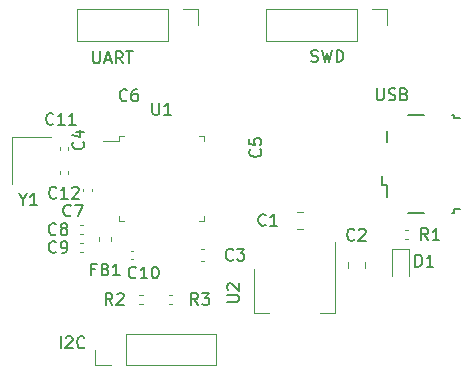
<source format=gbr>
%TF.GenerationSoftware,KiCad,Pcbnew,7.0.1*%
%TF.CreationDate,2023-03-27T05:29:06+01:00*%
%TF.ProjectId,1,312e6b69-6361-4645-9f70-636258585858,rev?*%
%TF.SameCoordinates,Original*%
%TF.FileFunction,Legend,Top*%
%TF.FilePolarity,Positive*%
%FSLAX46Y46*%
G04 Gerber Fmt 4.6, Leading zero omitted, Abs format (unit mm)*
G04 Created by KiCad (PCBNEW 7.0.1) date 2023-03-27 05:29:06*
%MOMM*%
%LPD*%
G01*
G04 APERTURE LIST*
%ADD10C,0.150000*%
%ADD11C,0.120000*%
G04 APERTURE END LIST*
D10*
X105988095Y-79377619D02*
X105988095Y-78377619D01*
X106416666Y-78472857D02*
X106464285Y-78425238D01*
X106464285Y-78425238D02*
X106559523Y-78377619D01*
X106559523Y-78377619D02*
X106797618Y-78377619D01*
X106797618Y-78377619D02*
X106892856Y-78425238D01*
X106892856Y-78425238D02*
X106940475Y-78472857D01*
X106940475Y-78472857D02*
X106988094Y-78568095D01*
X106988094Y-78568095D02*
X106988094Y-78663333D01*
X106988094Y-78663333D02*
X106940475Y-78806190D01*
X106940475Y-78806190D02*
X106369047Y-79377619D01*
X106369047Y-79377619D02*
X106988094Y-79377619D01*
X107988094Y-79282380D02*
X107940475Y-79330000D01*
X107940475Y-79330000D02*
X107797618Y-79377619D01*
X107797618Y-79377619D02*
X107702380Y-79377619D01*
X107702380Y-79377619D02*
X107559523Y-79330000D01*
X107559523Y-79330000D02*
X107464285Y-79234761D01*
X107464285Y-79234761D02*
X107416666Y-79139523D01*
X107416666Y-79139523D02*
X107369047Y-78949047D01*
X107369047Y-78949047D02*
X107369047Y-78806190D01*
X107369047Y-78806190D02*
X107416666Y-78615714D01*
X107416666Y-78615714D02*
X107464285Y-78520476D01*
X107464285Y-78520476D02*
X107559523Y-78425238D01*
X107559523Y-78425238D02*
X107702380Y-78377619D01*
X107702380Y-78377619D02*
X107797618Y-78377619D01*
X107797618Y-78377619D02*
X107940475Y-78425238D01*
X107940475Y-78425238D02*
X107988094Y-78472857D01*
X132738095Y-57377619D02*
X132738095Y-58187142D01*
X132738095Y-58187142D02*
X132785714Y-58282380D01*
X132785714Y-58282380D02*
X132833333Y-58330000D01*
X132833333Y-58330000D02*
X132928571Y-58377619D01*
X132928571Y-58377619D02*
X133119047Y-58377619D01*
X133119047Y-58377619D02*
X133214285Y-58330000D01*
X133214285Y-58330000D02*
X133261904Y-58282380D01*
X133261904Y-58282380D02*
X133309523Y-58187142D01*
X133309523Y-58187142D02*
X133309523Y-57377619D01*
X133738095Y-58330000D02*
X133880952Y-58377619D01*
X133880952Y-58377619D02*
X134119047Y-58377619D01*
X134119047Y-58377619D02*
X134214285Y-58330000D01*
X134214285Y-58330000D02*
X134261904Y-58282380D01*
X134261904Y-58282380D02*
X134309523Y-58187142D01*
X134309523Y-58187142D02*
X134309523Y-58091904D01*
X134309523Y-58091904D02*
X134261904Y-57996666D01*
X134261904Y-57996666D02*
X134214285Y-57949047D01*
X134214285Y-57949047D02*
X134119047Y-57901428D01*
X134119047Y-57901428D02*
X133928571Y-57853809D01*
X133928571Y-57853809D02*
X133833333Y-57806190D01*
X133833333Y-57806190D02*
X133785714Y-57758571D01*
X133785714Y-57758571D02*
X133738095Y-57663333D01*
X133738095Y-57663333D02*
X133738095Y-57568095D01*
X133738095Y-57568095D02*
X133785714Y-57472857D01*
X133785714Y-57472857D02*
X133833333Y-57425238D01*
X133833333Y-57425238D02*
X133928571Y-57377619D01*
X133928571Y-57377619D02*
X134166666Y-57377619D01*
X134166666Y-57377619D02*
X134309523Y-57425238D01*
X135071428Y-57853809D02*
X135214285Y-57901428D01*
X135214285Y-57901428D02*
X135261904Y-57949047D01*
X135261904Y-57949047D02*
X135309523Y-58044285D01*
X135309523Y-58044285D02*
X135309523Y-58187142D01*
X135309523Y-58187142D02*
X135261904Y-58282380D01*
X135261904Y-58282380D02*
X135214285Y-58330000D01*
X135214285Y-58330000D02*
X135119047Y-58377619D01*
X135119047Y-58377619D02*
X134738095Y-58377619D01*
X134738095Y-58377619D02*
X134738095Y-57377619D01*
X134738095Y-57377619D02*
X135071428Y-57377619D01*
X135071428Y-57377619D02*
X135166666Y-57425238D01*
X135166666Y-57425238D02*
X135214285Y-57472857D01*
X135214285Y-57472857D02*
X135261904Y-57568095D01*
X135261904Y-57568095D02*
X135261904Y-57663333D01*
X135261904Y-57663333D02*
X135214285Y-57758571D01*
X135214285Y-57758571D02*
X135166666Y-57806190D01*
X135166666Y-57806190D02*
X135071428Y-57853809D01*
X135071428Y-57853809D02*
X134738095Y-57853809D01*
X108738095Y-54257619D02*
X108738095Y-55067142D01*
X108738095Y-55067142D02*
X108785714Y-55162380D01*
X108785714Y-55162380D02*
X108833333Y-55210000D01*
X108833333Y-55210000D02*
X108928571Y-55257619D01*
X108928571Y-55257619D02*
X109119047Y-55257619D01*
X109119047Y-55257619D02*
X109214285Y-55210000D01*
X109214285Y-55210000D02*
X109261904Y-55162380D01*
X109261904Y-55162380D02*
X109309523Y-55067142D01*
X109309523Y-55067142D02*
X109309523Y-54257619D01*
X109738095Y-54971904D02*
X110214285Y-54971904D01*
X109642857Y-55257619D02*
X109976190Y-54257619D01*
X109976190Y-54257619D02*
X110309523Y-55257619D01*
X111214285Y-55257619D02*
X110880952Y-54781428D01*
X110642857Y-55257619D02*
X110642857Y-54257619D01*
X110642857Y-54257619D02*
X111023809Y-54257619D01*
X111023809Y-54257619D02*
X111119047Y-54305238D01*
X111119047Y-54305238D02*
X111166666Y-54352857D01*
X111166666Y-54352857D02*
X111214285Y-54448095D01*
X111214285Y-54448095D02*
X111214285Y-54590952D01*
X111214285Y-54590952D02*
X111166666Y-54686190D01*
X111166666Y-54686190D02*
X111119047Y-54733809D01*
X111119047Y-54733809D02*
X111023809Y-54781428D01*
X111023809Y-54781428D02*
X110642857Y-54781428D01*
X111500000Y-54257619D02*
X112071428Y-54257619D01*
X111785714Y-55257619D02*
X111785714Y-54257619D01*
X127190476Y-55080000D02*
X127333333Y-55127619D01*
X127333333Y-55127619D02*
X127571428Y-55127619D01*
X127571428Y-55127619D02*
X127666666Y-55080000D01*
X127666666Y-55080000D02*
X127714285Y-55032380D01*
X127714285Y-55032380D02*
X127761904Y-54937142D01*
X127761904Y-54937142D02*
X127761904Y-54841904D01*
X127761904Y-54841904D02*
X127714285Y-54746666D01*
X127714285Y-54746666D02*
X127666666Y-54699047D01*
X127666666Y-54699047D02*
X127571428Y-54651428D01*
X127571428Y-54651428D02*
X127380952Y-54603809D01*
X127380952Y-54603809D02*
X127285714Y-54556190D01*
X127285714Y-54556190D02*
X127238095Y-54508571D01*
X127238095Y-54508571D02*
X127190476Y-54413333D01*
X127190476Y-54413333D02*
X127190476Y-54318095D01*
X127190476Y-54318095D02*
X127238095Y-54222857D01*
X127238095Y-54222857D02*
X127285714Y-54175238D01*
X127285714Y-54175238D02*
X127380952Y-54127619D01*
X127380952Y-54127619D02*
X127619047Y-54127619D01*
X127619047Y-54127619D02*
X127761904Y-54175238D01*
X128095238Y-54127619D02*
X128333333Y-55127619D01*
X128333333Y-55127619D02*
X128523809Y-54413333D01*
X128523809Y-54413333D02*
X128714285Y-55127619D01*
X128714285Y-55127619D02*
X128952381Y-54127619D01*
X129333333Y-55127619D02*
X129333333Y-54127619D01*
X129333333Y-54127619D02*
X129571428Y-54127619D01*
X129571428Y-54127619D02*
X129714285Y-54175238D01*
X129714285Y-54175238D02*
X129809523Y-54270476D01*
X129809523Y-54270476D02*
X129857142Y-54365714D01*
X129857142Y-54365714D02*
X129904761Y-54556190D01*
X129904761Y-54556190D02*
X129904761Y-54699047D01*
X129904761Y-54699047D02*
X129857142Y-54889523D01*
X129857142Y-54889523D02*
X129809523Y-54984761D01*
X129809523Y-54984761D02*
X129714285Y-55080000D01*
X129714285Y-55080000D02*
X129571428Y-55127619D01*
X129571428Y-55127619D02*
X129333333Y-55127619D01*
%TO.C,C7*%
X106833333Y-68117380D02*
X106785714Y-68165000D01*
X106785714Y-68165000D02*
X106642857Y-68212619D01*
X106642857Y-68212619D02*
X106547619Y-68212619D01*
X106547619Y-68212619D02*
X106404762Y-68165000D01*
X106404762Y-68165000D02*
X106309524Y-68069761D01*
X106309524Y-68069761D02*
X106261905Y-67974523D01*
X106261905Y-67974523D02*
X106214286Y-67784047D01*
X106214286Y-67784047D02*
X106214286Y-67641190D01*
X106214286Y-67641190D02*
X106261905Y-67450714D01*
X106261905Y-67450714D02*
X106309524Y-67355476D01*
X106309524Y-67355476D02*
X106404762Y-67260238D01*
X106404762Y-67260238D02*
X106547619Y-67212619D01*
X106547619Y-67212619D02*
X106642857Y-67212619D01*
X106642857Y-67212619D02*
X106785714Y-67260238D01*
X106785714Y-67260238D02*
X106833333Y-67307857D01*
X107166667Y-67212619D02*
X107833333Y-67212619D01*
X107833333Y-67212619D02*
X107404762Y-68212619D01*
%TO.C,C5*%
X122867380Y-62554166D02*
X122915000Y-62601785D01*
X122915000Y-62601785D02*
X122962619Y-62744642D01*
X122962619Y-62744642D02*
X122962619Y-62839880D01*
X122962619Y-62839880D02*
X122915000Y-62982737D01*
X122915000Y-62982737D02*
X122819761Y-63077975D01*
X122819761Y-63077975D02*
X122724523Y-63125594D01*
X122724523Y-63125594D02*
X122534047Y-63173213D01*
X122534047Y-63173213D02*
X122391190Y-63173213D01*
X122391190Y-63173213D02*
X122200714Y-63125594D01*
X122200714Y-63125594D02*
X122105476Y-63077975D01*
X122105476Y-63077975D02*
X122010238Y-62982737D01*
X122010238Y-62982737D02*
X121962619Y-62839880D01*
X121962619Y-62839880D02*
X121962619Y-62744642D01*
X121962619Y-62744642D02*
X122010238Y-62601785D01*
X122010238Y-62601785D02*
X122057857Y-62554166D01*
X121962619Y-61649404D02*
X121962619Y-62125594D01*
X121962619Y-62125594D02*
X122438809Y-62173213D01*
X122438809Y-62173213D02*
X122391190Y-62125594D01*
X122391190Y-62125594D02*
X122343571Y-62030356D01*
X122343571Y-62030356D02*
X122343571Y-61792261D01*
X122343571Y-61792261D02*
X122391190Y-61697023D01*
X122391190Y-61697023D02*
X122438809Y-61649404D01*
X122438809Y-61649404D02*
X122534047Y-61601785D01*
X122534047Y-61601785D02*
X122772142Y-61601785D01*
X122772142Y-61601785D02*
X122867380Y-61649404D01*
X122867380Y-61649404D02*
X122915000Y-61697023D01*
X122915000Y-61697023D02*
X122962619Y-61792261D01*
X122962619Y-61792261D02*
X122962619Y-62030356D01*
X122962619Y-62030356D02*
X122915000Y-62125594D01*
X122915000Y-62125594D02*
X122867380Y-62173213D01*
%TO.C,R2*%
X110363333Y-75712619D02*
X110030000Y-75236428D01*
X109791905Y-75712619D02*
X109791905Y-74712619D01*
X109791905Y-74712619D02*
X110172857Y-74712619D01*
X110172857Y-74712619D02*
X110268095Y-74760238D01*
X110268095Y-74760238D02*
X110315714Y-74807857D01*
X110315714Y-74807857D02*
X110363333Y-74903095D01*
X110363333Y-74903095D02*
X110363333Y-75045952D01*
X110363333Y-75045952D02*
X110315714Y-75141190D01*
X110315714Y-75141190D02*
X110268095Y-75188809D01*
X110268095Y-75188809D02*
X110172857Y-75236428D01*
X110172857Y-75236428D02*
X109791905Y-75236428D01*
X110744286Y-74807857D02*
X110791905Y-74760238D01*
X110791905Y-74760238D02*
X110887143Y-74712619D01*
X110887143Y-74712619D02*
X111125238Y-74712619D01*
X111125238Y-74712619D02*
X111220476Y-74760238D01*
X111220476Y-74760238D02*
X111268095Y-74807857D01*
X111268095Y-74807857D02*
X111315714Y-74903095D01*
X111315714Y-74903095D02*
X111315714Y-74998333D01*
X111315714Y-74998333D02*
X111268095Y-75141190D01*
X111268095Y-75141190D02*
X110696667Y-75712619D01*
X110696667Y-75712619D02*
X111315714Y-75712619D01*
%TO.C,U2*%
X120062619Y-75461904D02*
X120872142Y-75461904D01*
X120872142Y-75461904D02*
X120967380Y-75414285D01*
X120967380Y-75414285D02*
X121015000Y-75366666D01*
X121015000Y-75366666D02*
X121062619Y-75271428D01*
X121062619Y-75271428D02*
X121062619Y-75080952D01*
X121062619Y-75080952D02*
X121015000Y-74985714D01*
X121015000Y-74985714D02*
X120967380Y-74938095D01*
X120967380Y-74938095D02*
X120872142Y-74890476D01*
X120872142Y-74890476D02*
X120062619Y-74890476D01*
X120157857Y-74461904D02*
X120110238Y-74414285D01*
X120110238Y-74414285D02*
X120062619Y-74319047D01*
X120062619Y-74319047D02*
X120062619Y-74080952D01*
X120062619Y-74080952D02*
X120110238Y-73985714D01*
X120110238Y-73985714D02*
X120157857Y-73938095D01*
X120157857Y-73938095D02*
X120253095Y-73890476D01*
X120253095Y-73890476D02*
X120348333Y-73890476D01*
X120348333Y-73890476D02*
X120491190Y-73938095D01*
X120491190Y-73938095D02*
X121062619Y-74509523D01*
X121062619Y-74509523D02*
X121062619Y-73890476D01*
%TO.C,C2*%
X130833333Y-70167380D02*
X130785714Y-70215000D01*
X130785714Y-70215000D02*
X130642857Y-70262619D01*
X130642857Y-70262619D02*
X130547619Y-70262619D01*
X130547619Y-70262619D02*
X130404762Y-70215000D01*
X130404762Y-70215000D02*
X130309524Y-70119761D01*
X130309524Y-70119761D02*
X130261905Y-70024523D01*
X130261905Y-70024523D02*
X130214286Y-69834047D01*
X130214286Y-69834047D02*
X130214286Y-69691190D01*
X130214286Y-69691190D02*
X130261905Y-69500714D01*
X130261905Y-69500714D02*
X130309524Y-69405476D01*
X130309524Y-69405476D02*
X130404762Y-69310238D01*
X130404762Y-69310238D02*
X130547619Y-69262619D01*
X130547619Y-69262619D02*
X130642857Y-69262619D01*
X130642857Y-69262619D02*
X130785714Y-69310238D01*
X130785714Y-69310238D02*
X130833333Y-69357857D01*
X131214286Y-69357857D02*
X131261905Y-69310238D01*
X131261905Y-69310238D02*
X131357143Y-69262619D01*
X131357143Y-69262619D02*
X131595238Y-69262619D01*
X131595238Y-69262619D02*
X131690476Y-69310238D01*
X131690476Y-69310238D02*
X131738095Y-69357857D01*
X131738095Y-69357857D02*
X131785714Y-69453095D01*
X131785714Y-69453095D02*
X131785714Y-69548333D01*
X131785714Y-69548333D02*
X131738095Y-69691190D01*
X131738095Y-69691190D02*
X131166667Y-70262619D01*
X131166667Y-70262619D02*
X131785714Y-70262619D01*
%TO.C,U1*%
X113738095Y-58612619D02*
X113738095Y-59422142D01*
X113738095Y-59422142D02*
X113785714Y-59517380D01*
X113785714Y-59517380D02*
X113833333Y-59565000D01*
X113833333Y-59565000D02*
X113928571Y-59612619D01*
X113928571Y-59612619D02*
X114119047Y-59612619D01*
X114119047Y-59612619D02*
X114214285Y-59565000D01*
X114214285Y-59565000D02*
X114261904Y-59517380D01*
X114261904Y-59517380D02*
X114309523Y-59422142D01*
X114309523Y-59422142D02*
X114309523Y-58612619D01*
X115309523Y-59612619D02*
X114738095Y-59612619D01*
X115023809Y-59612619D02*
X115023809Y-58612619D01*
X115023809Y-58612619D02*
X114928571Y-58755476D01*
X114928571Y-58755476D02*
X114833333Y-58850714D01*
X114833333Y-58850714D02*
X114738095Y-58898333D01*
%TO.C,C3*%
X120583333Y-71867380D02*
X120535714Y-71915000D01*
X120535714Y-71915000D02*
X120392857Y-71962619D01*
X120392857Y-71962619D02*
X120297619Y-71962619D01*
X120297619Y-71962619D02*
X120154762Y-71915000D01*
X120154762Y-71915000D02*
X120059524Y-71819761D01*
X120059524Y-71819761D02*
X120011905Y-71724523D01*
X120011905Y-71724523D02*
X119964286Y-71534047D01*
X119964286Y-71534047D02*
X119964286Y-71391190D01*
X119964286Y-71391190D02*
X120011905Y-71200714D01*
X120011905Y-71200714D02*
X120059524Y-71105476D01*
X120059524Y-71105476D02*
X120154762Y-71010238D01*
X120154762Y-71010238D02*
X120297619Y-70962619D01*
X120297619Y-70962619D02*
X120392857Y-70962619D01*
X120392857Y-70962619D02*
X120535714Y-71010238D01*
X120535714Y-71010238D02*
X120583333Y-71057857D01*
X120916667Y-70962619D02*
X121535714Y-70962619D01*
X121535714Y-70962619D02*
X121202381Y-71343571D01*
X121202381Y-71343571D02*
X121345238Y-71343571D01*
X121345238Y-71343571D02*
X121440476Y-71391190D01*
X121440476Y-71391190D02*
X121488095Y-71438809D01*
X121488095Y-71438809D02*
X121535714Y-71534047D01*
X121535714Y-71534047D02*
X121535714Y-71772142D01*
X121535714Y-71772142D02*
X121488095Y-71867380D01*
X121488095Y-71867380D02*
X121440476Y-71915000D01*
X121440476Y-71915000D02*
X121345238Y-71962619D01*
X121345238Y-71962619D02*
X121059524Y-71962619D01*
X121059524Y-71962619D02*
X120964286Y-71915000D01*
X120964286Y-71915000D02*
X120916667Y-71867380D01*
%TO.C,C9*%
X105583333Y-71204880D02*
X105535714Y-71252500D01*
X105535714Y-71252500D02*
X105392857Y-71300119D01*
X105392857Y-71300119D02*
X105297619Y-71300119D01*
X105297619Y-71300119D02*
X105154762Y-71252500D01*
X105154762Y-71252500D02*
X105059524Y-71157261D01*
X105059524Y-71157261D02*
X105011905Y-71062023D01*
X105011905Y-71062023D02*
X104964286Y-70871547D01*
X104964286Y-70871547D02*
X104964286Y-70728690D01*
X104964286Y-70728690D02*
X105011905Y-70538214D01*
X105011905Y-70538214D02*
X105059524Y-70442976D01*
X105059524Y-70442976D02*
X105154762Y-70347738D01*
X105154762Y-70347738D02*
X105297619Y-70300119D01*
X105297619Y-70300119D02*
X105392857Y-70300119D01*
X105392857Y-70300119D02*
X105535714Y-70347738D01*
X105535714Y-70347738D02*
X105583333Y-70395357D01*
X106059524Y-71300119D02*
X106250000Y-71300119D01*
X106250000Y-71300119D02*
X106345238Y-71252500D01*
X106345238Y-71252500D02*
X106392857Y-71204880D01*
X106392857Y-71204880D02*
X106488095Y-71062023D01*
X106488095Y-71062023D02*
X106535714Y-70871547D01*
X106535714Y-70871547D02*
X106535714Y-70490595D01*
X106535714Y-70490595D02*
X106488095Y-70395357D01*
X106488095Y-70395357D02*
X106440476Y-70347738D01*
X106440476Y-70347738D02*
X106345238Y-70300119D01*
X106345238Y-70300119D02*
X106154762Y-70300119D01*
X106154762Y-70300119D02*
X106059524Y-70347738D01*
X106059524Y-70347738D02*
X106011905Y-70395357D01*
X106011905Y-70395357D02*
X105964286Y-70490595D01*
X105964286Y-70490595D02*
X105964286Y-70728690D01*
X105964286Y-70728690D02*
X106011905Y-70823928D01*
X106011905Y-70823928D02*
X106059524Y-70871547D01*
X106059524Y-70871547D02*
X106154762Y-70919166D01*
X106154762Y-70919166D02*
X106345238Y-70919166D01*
X106345238Y-70919166D02*
X106440476Y-70871547D01*
X106440476Y-70871547D02*
X106488095Y-70823928D01*
X106488095Y-70823928D02*
X106535714Y-70728690D01*
%TO.C,R3*%
X117593333Y-75712619D02*
X117260000Y-75236428D01*
X117021905Y-75712619D02*
X117021905Y-74712619D01*
X117021905Y-74712619D02*
X117402857Y-74712619D01*
X117402857Y-74712619D02*
X117498095Y-74760238D01*
X117498095Y-74760238D02*
X117545714Y-74807857D01*
X117545714Y-74807857D02*
X117593333Y-74903095D01*
X117593333Y-74903095D02*
X117593333Y-75045952D01*
X117593333Y-75045952D02*
X117545714Y-75141190D01*
X117545714Y-75141190D02*
X117498095Y-75188809D01*
X117498095Y-75188809D02*
X117402857Y-75236428D01*
X117402857Y-75236428D02*
X117021905Y-75236428D01*
X117926667Y-74712619D02*
X118545714Y-74712619D01*
X118545714Y-74712619D02*
X118212381Y-75093571D01*
X118212381Y-75093571D02*
X118355238Y-75093571D01*
X118355238Y-75093571D02*
X118450476Y-75141190D01*
X118450476Y-75141190D02*
X118498095Y-75188809D01*
X118498095Y-75188809D02*
X118545714Y-75284047D01*
X118545714Y-75284047D02*
X118545714Y-75522142D01*
X118545714Y-75522142D02*
X118498095Y-75617380D01*
X118498095Y-75617380D02*
X118450476Y-75665000D01*
X118450476Y-75665000D02*
X118355238Y-75712619D01*
X118355238Y-75712619D02*
X118069524Y-75712619D01*
X118069524Y-75712619D02*
X117974286Y-75665000D01*
X117974286Y-75665000D02*
X117926667Y-75617380D01*
%TO.C,C1*%
X123333333Y-68917380D02*
X123285714Y-68965000D01*
X123285714Y-68965000D02*
X123142857Y-69012619D01*
X123142857Y-69012619D02*
X123047619Y-69012619D01*
X123047619Y-69012619D02*
X122904762Y-68965000D01*
X122904762Y-68965000D02*
X122809524Y-68869761D01*
X122809524Y-68869761D02*
X122761905Y-68774523D01*
X122761905Y-68774523D02*
X122714286Y-68584047D01*
X122714286Y-68584047D02*
X122714286Y-68441190D01*
X122714286Y-68441190D02*
X122761905Y-68250714D01*
X122761905Y-68250714D02*
X122809524Y-68155476D01*
X122809524Y-68155476D02*
X122904762Y-68060238D01*
X122904762Y-68060238D02*
X123047619Y-68012619D01*
X123047619Y-68012619D02*
X123142857Y-68012619D01*
X123142857Y-68012619D02*
X123285714Y-68060238D01*
X123285714Y-68060238D02*
X123333333Y-68107857D01*
X124285714Y-69012619D02*
X123714286Y-69012619D01*
X124000000Y-69012619D02*
X124000000Y-68012619D01*
X124000000Y-68012619D02*
X123904762Y-68155476D01*
X123904762Y-68155476D02*
X123809524Y-68250714D01*
X123809524Y-68250714D02*
X123714286Y-68298333D01*
%TO.C,C10*%
X112357142Y-73367380D02*
X112309523Y-73415000D01*
X112309523Y-73415000D02*
X112166666Y-73462619D01*
X112166666Y-73462619D02*
X112071428Y-73462619D01*
X112071428Y-73462619D02*
X111928571Y-73415000D01*
X111928571Y-73415000D02*
X111833333Y-73319761D01*
X111833333Y-73319761D02*
X111785714Y-73224523D01*
X111785714Y-73224523D02*
X111738095Y-73034047D01*
X111738095Y-73034047D02*
X111738095Y-72891190D01*
X111738095Y-72891190D02*
X111785714Y-72700714D01*
X111785714Y-72700714D02*
X111833333Y-72605476D01*
X111833333Y-72605476D02*
X111928571Y-72510238D01*
X111928571Y-72510238D02*
X112071428Y-72462619D01*
X112071428Y-72462619D02*
X112166666Y-72462619D01*
X112166666Y-72462619D02*
X112309523Y-72510238D01*
X112309523Y-72510238D02*
X112357142Y-72557857D01*
X113309523Y-73462619D02*
X112738095Y-73462619D01*
X113023809Y-73462619D02*
X113023809Y-72462619D01*
X113023809Y-72462619D02*
X112928571Y-72605476D01*
X112928571Y-72605476D02*
X112833333Y-72700714D01*
X112833333Y-72700714D02*
X112738095Y-72748333D01*
X113928571Y-72462619D02*
X114023809Y-72462619D01*
X114023809Y-72462619D02*
X114119047Y-72510238D01*
X114119047Y-72510238D02*
X114166666Y-72557857D01*
X114166666Y-72557857D02*
X114214285Y-72653095D01*
X114214285Y-72653095D02*
X114261904Y-72843571D01*
X114261904Y-72843571D02*
X114261904Y-73081666D01*
X114261904Y-73081666D02*
X114214285Y-73272142D01*
X114214285Y-73272142D02*
X114166666Y-73367380D01*
X114166666Y-73367380D02*
X114119047Y-73415000D01*
X114119047Y-73415000D02*
X114023809Y-73462619D01*
X114023809Y-73462619D02*
X113928571Y-73462619D01*
X113928571Y-73462619D02*
X113833333Y-73415000D01*
X113833333Y-73415000D02*
X113785714Y-73367380D01*
X113785714Y-73367380D02*
X113738095Y-73272142D01*
X113738095Y-73272142D02*
X113690476Y-73081666D01*
X113690476Y-73081666D02*
X113690476Y-72843571D01*
X113690476Y-72843571D02*
X113738095Y-72653095D01*
X113738095Y-72653095D02*
X113785714Y-72557857D01*
X113785714Y-72557857D02*
X113833333Y-72510238D01*
X113833333Y-72510238D02*
X113928571Y-72462619D01*
%TO.C,R1*%
X137093333Y-70212619D02*
X136760000Y-69736428D01*
X136521905Y-70212619D02*
X136521905Y-69212619D01*
X136521905Y-69212619D02*
X136902857Y-69212619D01*
X136902857Y-69212619D02*
X136998095Y-69260238D01*
X136998095Y-69260238D02*
X137045714Y-69307857D01*
X137045714Y-69307857D02*
X137093333Y-69403095D01*
X137093333Y-69403095D02*
X137093333Y-69545952D01*
X137093333Y-69545952D02*
X137045714Y-69641190D01*
X137045714Y-69641190D02*
X136998095Y-69688809D01*
X136998095Y-69688809D02*
X136902857Y-69736428D01*
X136902857Y-69736428D02*
X136521905Y-69736428D01*
X138045714Y-70212619D02*
X137474286Y-70212619D01*
X137760000Y-70212619D02*
X137760000Y-69212619D01*
X137760000Y-69212619D02*
X137664762Y-69355476D01*
X137664762Y-69355476D02*
X137569524Y-69450714D01*
X137569524Y-69450714D02*
X137474286Y-69498333D01*
%TO.C,C8*%
X105583333Y-69704880D02*
X105535714Y-69752500D01*
X105535714Y-69752500D02*
X105392857Y-69800119D01*
X105392857Y-69800119D02*
X105297619Y-69800119D01*
X105297619Y-69800119D02*
X105154762Y-69752500D01*
X105154762Y-69752500D02*
X105059524Y-69657261D01*
X105059524Y-69657261D02*
X105011905Y-69562023D01*
X105011905Y-69562023D02*
X104964286Y-69371547D01*
X104964286Y-69371547D02*
X104964286Y-69228690D01*
X104964286Y-69228690D02*
X105011905Y-69038214D01*
X105011905Y-69038214D02*
X105059524Y-68942976D01*
X105059524Y-68942976D02*
X105154762Y-68847738D01*
X105154762Y-68847738D02*
X105297619Y-68800119D01*
X105297619Y-68800119D02*
X105392857Y-68800119D01*
X105392857Y-68800119D02*
X105535714Y-68847738D01*
X105535714Y-68847738D02*
X105583333Y-68895357D01*
X106154762Y-69228690D02*
X106059524Y-69181071D01*
X106059524Y-69181071D02*
X106011905Y-69133452D01*
X106011905Y-69133452D02*
X105964286Y-69038214D01*
X105964286Y-69038214D02*
X105964286Y-68990595D01*
X105964286Y-68990595D02*
X106011905Y-68895357D01*
X106011905Y-68895357D02*
X106059524Y-68847738D01*
X106059524Y-68847738D02*
X106154762Y-68800119D01*
X106154762Y-68800119D02*
X106345238Y-68800119D01*
X106345238Y-68800119D02*
X106440476Y-68847738D01*
X106440476Y-68847738D02*
X106488095Y-68895357D01*
X106488095Y-68895357D02*
X106535714Y-68990595D01*
X106535714Y-68990595D02*
X106535714Y-69038214D01*
X106535714Y-69038214D02*
X106488095Y-69133452D01*
X106488095Y-69133452D02*
X106440476Y-69181071D01*
X106440476Y-69181071D02*
X106345238Y-69228690D01*
X106345238Y-69228690D02*
X106154762Y-69228690D01*
X106154762Y-69228690D02*
X106059524Y-69276309D01*
X106059524Y-69276309D02*
X106011905Y-69323928D01*
X106011905Y-69323928D02*
X105964286Y-69419166D01*
X105964286Y-69419166D02*
X105964286Y-69609642D01*
X105964286Y-69609642D02*
X106011905Y-69704880D01*
X106011905Y-69704880D02*
X106059524Y-69752500D01*
X106059524Y-69752500D02*
X106154762Y-69800119D01*
X106154762Y-69800119D02*
X106345238Y-69800119D01*
X106345238Y-69800119D02*
X106440476Y-69752500D01*
X106440476Y-69752500D02*
X106488095Y-69704880D01*
X106488095Y-69704880D02*
X106535714Y-69609642D01*
X106535714Y-69609642D02*
X106535714Y-69419166D01*
X106535714Y-69419166D02*
X106488095Y-69323928D01*
X106488095Y-69323928D02*
X106440476Y-69276309D01*
X106440476Y-69276309D02*
X106345238Y-69228690D01*
%TO.C,Y1*%
X102773809Y-66798928D02*
X102773809Y-67275119D01*
X102440476Y-66275119D02*
X102773809Y-66798928D01*
X102773809Y-66798928D02*
X103107142Y-66275119D01*
X103964285Y-67275119D02*
X103392857Y-67275119D01*
X103678571Y-67275119D02*
X103678571Y-66275119D01*
X103678571Y-66275119D02*
X103583333Y-66417976D01*
X103583333Y-66417976D02*
X103488095Y-66513214D01*
X103488095Y-66513214D02*
X103392857Y-66560833D01*
%TO.C,C12*%
X105607142Y-66617380D02*
X105559523Y-66665000D01*
X105559523Y-66665000D02*
X105416666Y-66712619D01*
X105416666Y-66712619D02*
X105321428Y-66712619D01*
X105321428Y-66712619D02*
X105178571Y-66665000D01*
X105178571Y-66665000D02*
X105083333Y-66569761D01*
X105083333Y-66569761D02*
X105035714Y-66474523D01*
X105035714Y-66474523D02*
X104988095Y-66284047D01*
X104988095Y-66284047D02*
X104988095Y-66141190D01*
X104988095Y-66141190D02*
X105035714Y-65950714D01*
X105035714Y-65950714D02*
X105083333Y-65855476D01*
X105083333Y-65855476D02*
X105178571Y-65760238D01*
X105178571Y-65760238D02*
X105321428Y-65712619D01*
X105321428Y-65712619D02*
X105416666Y-65712619D01*
X105416666Y-65712619D02*
X105559523Y-65760238D01*
X105559523Y-65760238D02*
X105607142Y-65807857D01*
X106559523Y-66712619D02*
X105988095Y-66712619D01*
X106273809Y-66712619D02*
X106273809Y-65712619D01*
X106273809Y-65712619D02*
X106178571Y-65855476D01*
X106178571Y-65855476D02*
X106083333Y-65950714D01*
X106083333Y-65950714D02*
X105988095Y-65998333D01*
X106940476Y-65807857D02*
X106988095Y-65760238D01*
X106988095Y-65760238D02*
X107083333Y-65712619D01*
X107083333Y-65712619D02*
X107321428Y-65712619D01*
X107321428Y-65712619D02*
X107416666Y-65760238D01*
X107416666Y-65760238D02*
X107464285Y-65807857D01*
X107464285Y-65807857D02*
X107511904Y-65903095D01*
X107511904Y-65903095D02*
X107511904Y-65998333D01*
X107511904Y-65998333D02*
X107464285Y-66141190D01*
X107464285Y-66141190D02*
X106892857Y-66712619D01*
X106892857Y-66712619D02*
X107511904Y-66712619D01*
%TO.C,C6*%
X111583333Y-58367380D02*
X111535714Y-58415000D01*
X111535714Y-58415000D02*
X111392857Y-58462619D01*
X111392857Y-58462619D02*
X111297619Y-58462619D01*
X111297619Y-58462619D02*
X111154762Y-58415000D01*
X111154762Y-58415000D02*
X111059524Y-58319761D01*
X111059524Y-58319761D02*
X111011905Y-58224523D01*
X111011905Y-58224523D02*
X110964286Y-58034047D01*
X110964286Y-58034047D02*
X110964286Y-57891190D01*
X110964286Y-57891190D02*
X111011905Y-57700714D01*
X111011905Y-57700714D02*
X111059524Y-57605476D01*
X111059524Y-57605476D02*
X111154762Y-57510238D01*
X111154762Y-57510238D02*
X111297619Y-57462619D01*
X111297619Y-57462619D02*
X111392857Y-57462619D01*
X111392857Y-57462619D02*
X111535714Y-57510238D01*
X111535714Y-57510238D02*
X111583333Y-57557857D01*
X112440476Y-57462619D02*
X112250000Y-57462619D01*
X112250000Y-57462619D02*
X112154762Y-57510238D01*
X112154762Y-57510238D02*
X112107143Y-57557857D01*
X112107143Y-57557857D02*
X112011905Y-57700714D01*
X112011905Y-57700714D02*
X111964286Y-57891190D01*
X111964286Y-57891190D02*
X111964286Y-58272142D01*
X111964286Y-58272142D02*
X112011905Y-58367380D01*
X112011905Y-58367380D02*
X112059524Y-58415000D01*
X112059524Y-58415000D02*
X112154762Y-58462619D01*
X112154762Y-58462619D02*
X112345238Y-58462619D01*
X112345238Y-58462619D02*
X112440476Y-58415000D01*
X112440476Y-58415000D02*
X112488095Y-58367380D01*
X112488095Y-58367380D02*
X112535714Y-58272142D01*
X112535714Y-58272142D02*
X112535714Y-58034047D01*
X112535714Y-58034047D02*
X112488095Y-57938809D01*
X112488095Y-57938809D02*
X112440476Y-57891190D01*
X112440476Y-57891190D02*
X112345238Y-57843571D01*
X112345238Y-57843571D02*
X112154762Y-57843571D01*
X112154762Y-57843571D02*
X112059524Y-57891190D01*
X112059524Y-57891190D02*
X112011905Y-57938809D01*
X112011905Y-57938809D02*
X111964286Y-58034047D01*
%TO.C,C11*%
X105357142Y-60367380D02*
X105309523Y-60415000D01*
X105309523Y-60415000D02*
X105166666Y-60462619D01*
X105166666Y-60462619D02*
X105071428Y-60462619D01*
X105071428Y-60462619D02*
X104928571Y-60415000D01*
X104928571Y-60415000D02*
X104833333Y-60319761D01*
X104833333Y-60319761D02*
X104785714Y-60224523D01*
X104785714Y-60224523D02*
X104738095Y-60034047D01*
X104738095Y-60034047D02*
X104738095Y-59891190D01*
X104738095Y-59891190D02*
X104785714Y-59700714D01*
X104785714Y-59700714D02*
X104833333Y-59605476D01*
X104833333Y-59605476D02*
X104928571Y-59510238D01*
X104928571Y-59510238D02*
X105071428Y-59462619D01*
X105071428Y-59462619D02*
X105166666Y-59462619D01*
X105166666Y-59462619D02*
X105309523Y-59510238D01*
X105309523Y-59510238D02*
X105357142Y-59557857D01*
X106309523Y-60462619D02*
X105738095Y-60462619D01*
X106023809Y-60462619D02*
X106023809Y-59462619D01*
X106023809Y-59462619D02*
X105928571Y-59605476D01*
X105928571Y-59605476D02*
X105833333Y-59700714D01*
X105833333Y-59700714D02*
X105738095Y-59748333D01*
X107261904Y-60462619D02*
X106690476Y-60462619D01*
X106976190Y-60462619D02*
X106976190Y-59462619D01*
X106976190Y-59462619D02*
X106880952Y-59605476D01*
X106880952Y-59605476D02*
X106785714Y-59700714D01*
X106785714Y-59700714D02*
X106690476Y-59748333D01*
%TO.C,D1*%
X136011905Y-72462619D02*
X136011905Y-71462619D01*
X136011905Y-71462619D02*
X136250000Y-71462619D01*
X136250000Y-71462619D02*
X136392857Y-71510238D01*
X136392857Y-71510238D02*
X136488095Y-71605476D01*
X136488095Y-71605476D02*
X136535714Y-71700714D01*
X136535714Y-71700714D02*
X136583333Y-71891190D01*
X136583333Y-71891190D02*
X136583333Y-72034047D01*
X136583333Y-72034047D02*
X136535714Y-72224523D01*
X136535714Y-72224523D02*
X136488095Y-72319761D01*
X136488095Y-72319761D02*
X136392857Y-72415000D01*
X136392857Y-72415000D02*
X136250000Y-72462619D01*
X136250000Y-72462619D02*
X136011905Y-72462619D01*
X137535714Y-72462619D02*
X136964286Y-72462619D01*
X137250000Y-72462619D02*
X137250000Y-71462619D01*
X137250000Y-71462619D02*
X137154762Y-71605476D01*
X137154762Y-71605476D02*
X137059524Y-71700714D01*
X137059524Y-71700714D02*
X136964286Y-71748333D01*
%TO.C,FB1*%
X108916666Y-72688809D02*
X108583333Y-72688809D01*
X108583333Y-73212619D02*
X108583333Y-72212619D01*
X108583333Y-72212619D02*
X109059523Y-72212619D01*
X109773809Y-72688809D02*
X109916666Y-72736428D01*
X109916666Y-72736428D02*
X109964285Y-72784047D01*
X109964285Y-72784047D02*
X110011904Y-72879285D01*
X110011904Y-72879285D02*
X110011904Y-73022142D01*
X110011904Y-73022142D02*
X109964285Y-73117380D01*
X109964285Y-73117380D02*
X109916666Y-73165000D01*
X109916666Y-73165000D02*
X109821428Y-73212619D01*
X109821428Y-73212619D02*
X109440476Y-73212619D01*
X109440476Y-73212619D02*
X109440476Y-72212619D01*
X109440476Y-72212619D02*
X109773809Y-72212619D01*
X109773809Y-72212619D02*
X109869047Y-72260238D01*
X109869047Y-72260238D02*
X109916666Y-72307857D01*
X109916666Y-72307857D02*
X109964285Y-72403095D01*
X109964285Y-72403095D02*
X109964285Y-72498333D01*
X109964285Y-72498333D02*
X109916666Y-72593571D01*
X109916666Y-72593571D02*
X109869047Y-72641190D01*
X109869047Y-72641190D02*
X109773809Y-72688809D01*
X109773809Y-72688809D02*
X109440476Y-72688809D01*
X110964285Y-73212619D02*
X110392857Y-73212619D01*
X110678571Y-73212619D02*
X110678571Y-72212619D01*
X110678571Y-72212619D02*
X110583333Y-72355476D01*
X110583333Y-72355476D02*
X110488095Y-72450714D01*
X110488095Y-72450714D02*
X110392857Y-72498333D01*
%TO.C,C4*%
X107867380Y-61916666D02*
X107915000Y-61964285D01*
X107915000Y-61964285D02*
X107962619Y-62107142D01*
X107962619Y-62107142D02*
X107962619Y-62202380D01*
X107962619Y-62202380D02*
X107915000Y-62345237D01*
X107915000Y-62345237D02*
X107819761Y-62440475D01*
X107819761Y-62440475D02*
X107724523Y-62488094D01*
X107724523Y-62488094D02*
X107534047Y-62535713D01*
X107534047Y-62535713D02*
X107391190Y-62535713D01*
X107391190Y-62535713D02*
X107200714Y-62488094D01*
X107200714Y-62488094D02*
X107105476Y-62440475D01*
X107105476Y-62440475D02*
X107010238Y-62345237D01*
X107010238Y-62345237D02*
X106962619Y-62202380D01*
X106962619Y-62202380D02*
X106962619Y-62107142D01*
X106962619Y-62107142D02*
X107010238Y-61964285D01*
X107010238Y-61964285D02*
X107057857Y-61916666D01*
X107295952Y-61059523D02*
X107962619Y-61059523D01*
X106915000Y-61297618D02*
X107629285Y-61535713D01*
X107629285Y-61535713D02*
X107629285Y-60916666D01*
D11*
%TO.C,C7*%
X107890000Y-66107836D02*
X107890000Y-65892164D01*
X108610000Y-66107836D02*
X108610000Y-65892164D01*
%TO.C,R2*%
X112913641Y-75630000D02*
X112606359Y-75630000D01*
X112913641Y-74870000D02*
X112606359Y-74870000D01*
%TO.C,U2*%
X129160000Y-70400000D02*
X129160000Y-76410000D01*
X122340000Y-72650000D02*
X122340000Y-76410000D01*
X129160000Y-76410000D02*
X127900000Y-76410000D01*
X122340000Y-76410000D02*
X123600000Y-76410000D01*
%TO.C,C2*%
X130265000Y-72561252D02*
X130265000Y-72038748D01*
X131735000Y-72561252D02*
X131735000Y-72038748D01*
%TO.C,J3*%
X117630000Y-50670000D02*
X117630000Y-52000000D01*
X116300000Y-50670000D02*
X117630000Y-50670000D01*
X115030000Y-50670000D02*
X107350000Y-50670000D01*
X115030000Y-50670000D02*
X115030000Y-53330000D01*
X107350000Y-50670000D02*
X107350000Y-53330000D01*
X115030000Y-53330000D02*
X107350000Y-53330000D01*
%TO.C,U1*%
X118110000Y-68610000D02*
X118110000Y-68160000D01*
X118110000Y-61390000D02*
X118110000Y-61840000D01*
X117660000Y-68610000D02*
X118110000Y-68610000D01*
X117660000Y-61390000D02*
X118110000Y-61390000D01*
X111340000Y-68610000D02*
X110890000Y-68610000D01*
X111340000Y-61390000D02*
X110890000Y-61390000D01*
X110890000Y-68610000D02*
X110890000Y-68160000D01*
X110890000Y-61840000D02*
X109600000Y-61840000D01*
X110890000Y-61390000D02*
X110890000Y-61840000D01*
D10*
%TO.C,J1*%
X139300000Y-59600000D02*
X139150000Y-59600000D01*
X136750000Y-59600000D02*
X135350000Y-59600000D01*
X139750000Y-59900000D02*
X139300000Y-59900000D01*
X139300000Y-59900000D02*
X139300000Y-59600000D01*
X133600000Y-61950000D02*
X133600000Y-60950000D01*
X133175000Y-64825000D02*
X133175000Y-65550000D01*
X133600000Y-65550000D02*
X133600000Y-66550000D01*
X133175000Y-65550000D02*
X133600000Y-65550000D01*
X139300000Y-67600000D02*
X139750000Y-67600000D01*
X139300000Y-67900000D02*
X139300000Y-67600000D01*
X139150000Y-67900000D02*
X139300000Y-67900000D01*
X135350000Y-67900000D02*
X136750000Y-67900000D01*
D11*
%TO.C,C3*%
X118140580Y-72010000D02*
X117859420Y-72010000D01*
X118140580Y-70990000D02*
X117859420Y-70990000D01*
%TO.C,C9*%
X107857836Y-71197500D02*
X107642164Y-71197500D01*
X107857836Y-70477500D02*
X107642164Y-70477500D01*
%TO.C,R3*%
X115106359Y-74870000D02*
X115413641Y-74870000D01*
X115106359Y-75630000D02*
X115413641Y-75630000D01*
%TO.C,C1*%
X125988748Y-67815000D02*
X126511252Y-67815000D01*
X125988748Y-69285000D02*
X126511252Y-69285000D01*
%TO.C,C10*%
X111912164Y-71140000D02*
X112127836Y-71140000D01*
X111912164Y-71860000D02*
X112127836Y-71860000D01*
%TO.C,J4*%
X108870000Y-80830000D02*
X108870000Y-79500000D01*
X110200000Y-80830000D02*
X108870000Y-80830000D01*
X111470000Y-80830000D02*
X119150000Y-80830000D01*
X111470000Y-80830000D02*
X111470000Y-78170000D01*
X119150000Y-80830000D02*
X119150000Y-78170000D01*
X111470000Y-78170000D02*
X119150000Y-78170000D01*
%TO.C,R1*%
X135413641Y-70130000D02*
X135106359Y-70130000D01*
X135413641Y-69370000D02*
X135106359Y-69370000D01*
%TO.C,C8*%
X107857836Y-69697500D02*
X107642164Y-69697500D01*
X107857836Y-68977500D02*
X107642164Y-68977500D01*
%TO.C,J2*%
X133630000Y-50670000D02*
X133630000Y-52000000D01*
X132300000Y-50670000D02*
X133630000Y-50670000D01*
X131030000Y-50670000D02*
X123350000Y-50670000D01*
X131030000Y-50670000D02*
X131030000Y-53330000D01*
X123350000Y-50670000D02*
X123350000Y-53330000D01*
X131030000Y-53330000D02*
X123350000Y-53330000D01*
%TO.C,Y1*%
X105150000Y-61500000D02*
X101850000Y-61500000D01*
X101850000Y-61500000D02*
X101850000Y-65500000D01*
%TO.C,C12*%
X105890000Y-64587836D02*
X105890000Y-64372164D01*
X106610000Y-64587836D02*
X106610000Y-64372164D01*
%TO.C,C11*%
X105890000Y-62587836D02*
X105890000Y-62372164D01*
X106610000Y-62587836D02*
X106610000Y-62372164D01*
%TO.C,D1*%
X135485000Y-70977500D02*
X134015000Y-70977500D01*
X134015000Y-70977500D02*
X134015000Y-73262500D01*
X135485000Y-73262500D02*
X135485000Y-70977500D01*
%TO.C,FB1*%
X110260000Y-69962221D02*
X110260000Y-70287779D01*
X109240000Y-69962221D02*
X109240000Y-70287779D01*
%TD*%
M02*

</source>
